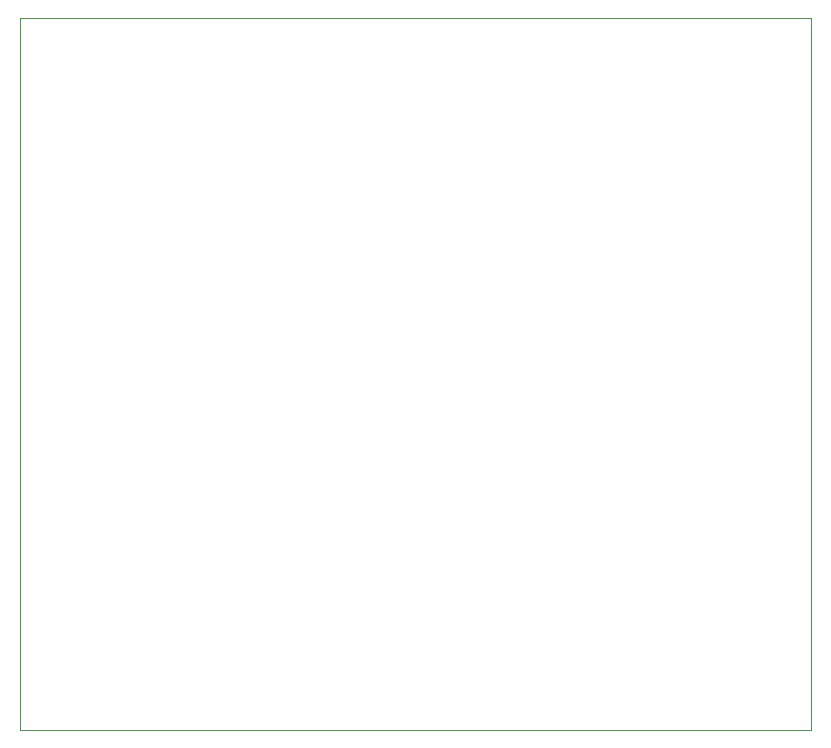
<source format=gbr>
%TF.GenerationSoftware,KiCad,Pcbnew,8.0.5*%
%TF.CreationDate,2024-11-15T02:35:30-03:00*%
%TF.ProjectId,pcb_pwm,7063625f-7077-46d2-9e6b-696361645f70,rev?*%
%TF.SameCoordinates,Original*%
%TF.FileFunction,Profile,NP*%
%FSLAX46Y46*%
G04 Gerber Fmt 4.6, Leading zero omitted, Abs format (unit mm)*
G04 Created by KiCad (PCBNEW 8.0.5) date 2024-11-15 02:35:30*
%MOMM*%
%LPD*%
G01*
G04 APERTURE LIST*
%TA.AperFunction,Profile*%
%ADD10C,0.050000*%
%TD*%
G04 APERTURE END LIST*
D10*
X111000000Y-59100000D02*
X178000000Y-59100000D01*
X178000000Y-119400000D01*
X111000000Y-119400000D01*
X111000000Y-59100000D01*
M02*

</source>
